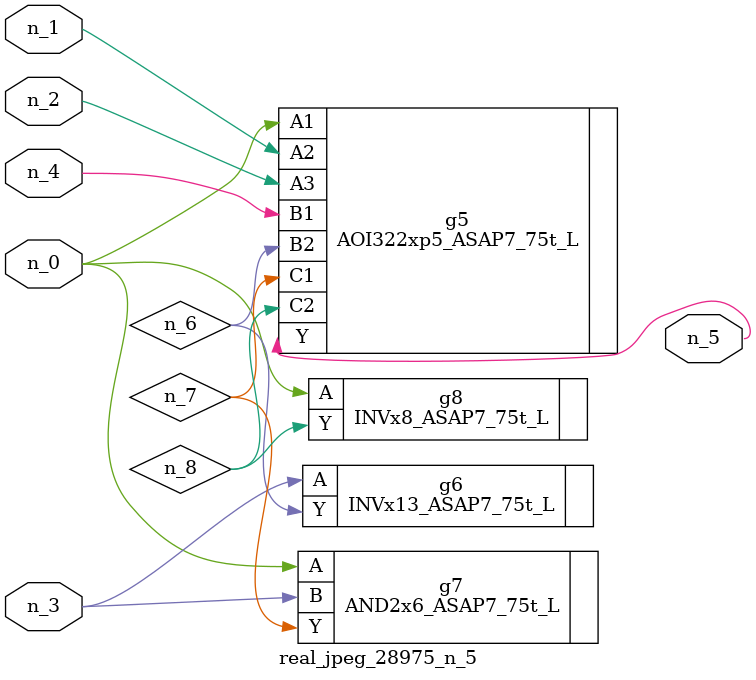
<source format=v>
module real_jpeg_28975_n_5 (n_4, n_0, n_1, n_2, n_3, n_5);

input n_4;
input n_0;
input n_1;
input n_2;
input n_3;

output n_5;

wire n_8;
wire n_6;
wire n_7;

AOI322xp5_ASAP7_75t_L g5 ( 
.A1(n_0),
.A2(n_1),
.A3(n_2),
.B1(n_4),
.B2(n_6),
.C1(n_7),
.C2(n_8),
.Y(n_5)
);

AND2x6_ASAP7_75t_L g7 ( 
.A(n_0),
.B(n_3),
.Y(n_7)
);

INVx8_ASAP7_75t_L g8 ( 
.A(n_0),
.Y(n_8)
);

INVx13_ASAP7_75t_L g6 ( 
.A(n_3),
.Y(n_6)
);


endmodule
</source>
